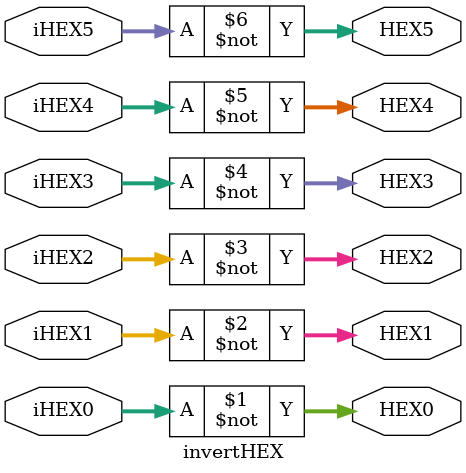
<source format=sv>


module invertHEX (HEX0, HEX1, HEX2, HEX3, HEX4, HEX5, 
						iHEX0, iHEX1, iHEX2, iHEX3, iHEX4, iHEX5);
	output logic [6:0] HEX0, HEX1, HEX2, HEX3, HEX4, HEX5;
	input logic [6:0] iHEX0, iHEX1, iHEX2, iHEX3, iHEX4, iHEX5;
	
//	// loop through all six HEX displays and invert seg-bits
//	for(i = 0; i < 6; i++) begin
//		assign iHEX+i = ~(HEX+i);
//	end

	assign HEX0 = ~iHEX0;
	assign HEX1 = ~iHEX1;
	assign HEX2 = ~iHEX2;
	assign HEX3 = ~iHEX3;
	assign HEX4 = ~iHEX4;
	assign HEX5 = ~iHEX5;
	
endmodule

</source>
